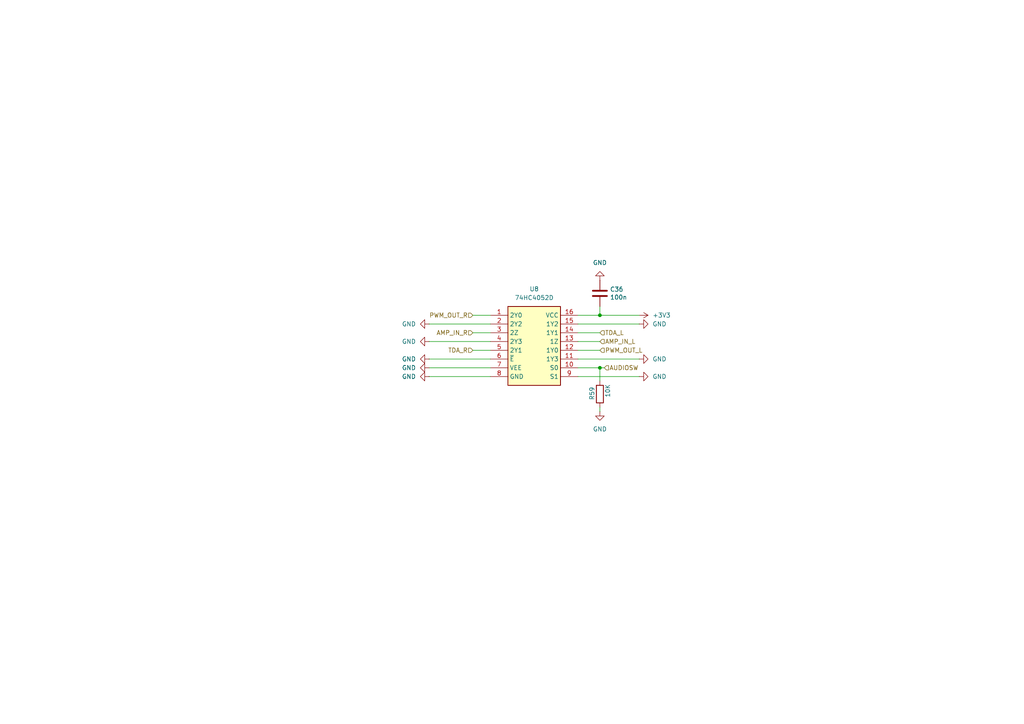
<source format=kicad_sch>
(kicad_sch (version 20250114) (generator "eeschema") (generator_version "9.0")
  (paper "A4")
  (title_block (title "MiniFRANK RM1") (date "2025-04-09") (rev "${VERSION}") (company "Mikhail Matveev") (comment 1 "https://github.com/xtremespb/frank"))
  (lib_symbols
    (symbol "74HC4052D_653:74HC4052D,653"
      (property "Reference" "IC" (at 21.59 7.62 0))
      (property "Value" "74HC4052D,653" (at 21.59 5.08 0))
      (symbol "74HC4052D,653_1_1"
        (rectangle (start 5.08 2.54) (end 20.32 -20.32) (stroke (width 0.254)) (fill (type background)))
        (pin passive line (at 0 0 0) (length 5.08) (name "2Y0") (number "1"))
        (pin passive line (at 0 -2.54 0) (length 5.08) (name "2Y2") (number "2"))
        (pin passive line (at 0 -5.08 0) (length 5.08) (name "2Z") (number "3"))
        (pin passive line (at 0 -7.62 0) (length 5.08) (name "2Y3") (number "4"))
        (pin passive line (at 0 -10.16 0) (length 5.08) (name "2Y1") (number "5"))
        (pin passive line (at 0 -12.7 0) (length 5.08) (name "~{E}") (number "6"))
        (pin passive line (at 0 -15.24 0) (length 5.08) (name "VEE") (number "7"))
        (pin passive line (at 0 -17.78 0) (length 5.08) (name "GND") (number "8"))
        (pin passive line (at 25.4 0 180) (length 5.08) (name "VCC") (number "16"))
        (pin passive line (at 25.4 -2.54 180) (length 5.08) (name "1Y2") (number "15"))
        (pin passive line (at 25.4 -5.08 180) (length 5.08) (name "1Y1") (number "14"))
        (pin passive line (at 25.4 -7.62 180) (length 5.08) (name "1Z") (number "13"))
        (pin passive line (at 25.4 -10.16 180) (length 5.08) (name "1Y0") (number "12"))
        (pin passive line (at 25.4 -12.7 180) (length 5.08) (name "1Y3") (number "11"))
        (pin passive line (at 25.4 -15.24 180) (length 5.08) (name "S0") (number "10"))
        (pin passive line (at 25.4 -17.78 180) (length 5.08) (name "S1") (number "9"))
      )
    )
    (symbol "Device:C" (pin_numbers (hide yes)) (pin_names (offset 0.254))
      (property "Reference" "C" (at 0.635 2.54 0))
      (property "Value" "C" (at 0.635 -2.54 0))
      (symbol "C_0_1"
        (polyline (pts (xy -2.032 0.762) (xy 2.032 0.762)) (stroke (width 0.508)))
        (polyline (pts (xy -2.032 -0.762) (xy 2.032 -0.762)) (stroke (width 0.508)))
      )
      (symbol "C_1_1"
        (pin passive line (at 0 3.81 270) (length 2.794) (name "~") (number "1"))
        (pin passive line (at 0 -3.81 90) (length 2.794) (name "~") (number "2"))
      )
    )
    (symbol "Device:R" (pin_numbers (hide yes)) (pin_names (offset 0))
      (property "Reference" "R" (at 2.032 0 90))
      (property "Value" "R" (at 0 0 90))
      (symbol "R_0_1"
        (rectangle (start -1.016 -2.54) (end 1.016 2.54) (stroke (width 0.254)))
      )
      (symbol "R_1_1"
        (pin passive line (at 0 3.81 270) (length 1.27) (name "~") (number "1"))
        (pin passive line (at 0 -3.81 90) (length 1.27) (name "~") (number "2"))
      )
    )
    (symbol "power:+3V3" (power) (pin_numbers (hide yes)) (pin_names (offset 0) (hide yes))
      (property "Value" "+3V3" (at 0 3.556 0))
      (symbol "+3V3_0_1"
        (polyline (pts (xy -0.762 1.27) (xy 0 2.54)))
        (polyline (pts (xy 0 2.54) (xy 0.762 1.27)))
        (polyline (pts (xy 0 0) (xy 0 2.54)))
      )
      (symbol "+3V3_1_1"
        (pin power_in line (at 0 0 90) (length 0) (name "~") (number "1"))
      )
    )
    (symbol "power:GND" (power) (pin_numbers (hide yes)) (pin_names (offset 0) (hide yes))
      (property "Value" "GND" (at 0 -3.81 0))
      (symbol "GND_0_1"
        (polyline (pts (xy 0 0) (xy 0 -1.27) (xy 1.27 -1.27) (xy 0 -2.54) (xy -1.27 -1.27) (xy 0 -1.27)))
      )
      (symbol "GND_1_1"
        (pin power_in line (at 0 0 270) (length 0) (name "~") (number "1"))
      )
    )
  )
  (junction (at 173.99 91.44))
  (junction (at 173.99 106.68))
  (wire (pts (xy 167.64 106.68) (xy 173.99 106.68)))
  (wire (pts (xy 185.42 109.22) (xy 167.64 109.22)))
  (wire (pts (xy 173.99 91.44) (xy 167.64 91.44)))
  (wire (pts (xy 137.16 101.6) (xy 142.24 101.6)))
  (wire (pts (xy 173.99 118.11) (xy 173.99 119.38)))
  (wire (pts (xy 185.42 93.98) (xy 167.64 93.98)))
  (wire (pts (xy 124.46 106.68) (xy 142.24 106.68)))
  (wire (pts (xy 185.42 104.14) (xy 167.64 104.14)))
  (wire (pts (xy 173.99 106.68) (xy 175.26 106.68)))
  (wire (pts (xy 167.64 101.6) (xy 173.99 101.6)))
  (wire (pts (xy 124.46 93.98) (xy 142.24 93.98)))
  (wire (pts (xy 167.64 96.52) (xy 173.99 96.52)))
  (wire (pts (xy 137.16 96.52) (xy 142.24 96.52)))
  (wire (pts (xy 124.46 109.22) (xy 142.24 109.22)))
  (wire (pts (xy 124.46 99.06) (xy 142.24 99.06)))
  (wire (pts (xy 173.99 106.68) (xy 173.99 110.49)))
  (wire (pts (xy 137.16 91.44) (xy 142.24 91.44)))
  (wire (pts (xy 173.99 88.9) (xy 173.99 91.44)))
  (wire (pts (xy 124.46 104.14) (xy 142.24 104.14)))
  (wire (pts (xy 185.42 91.44) (xy 173.99 91.44)))
  (wire (pts (xy 167.64 99.06) (xy 173.99 99.06)))
  (hierarchical_label "TDA_L" (shape input) (at 173.99 96.52 0))
  (hierarchical_label "AMP_IN_R" (shape input) (at 137.16 96.52 180))
  (hierarchical_label "AMP_IN_L" (shape input) (at 173.99 99.06 0))
  (hierarchical_label "PWM_OUT_L" (shape input) (at 173.99 101.6 0))
  (hierarchical_label "TDA_R" (shape input) (at 137.16 101.6 180))
  (hierarchical_label "PWM_OUT_R" (shape input) (at 137.16 91.44 180))
  (hierarchical_label "AUDIOSW" (shape input) (at 175.26 106.68 0))
  (symbol (lib_id "power:GND") (at 124.46 106.68 270) (unit 1)
    (property "Reference" "#PWR097" (effects (hide yes)))
    (property "Value" "GND" (at 120.65 106.6801 90) (effects (justify right)))
    (property "Description" "Power symbol creates a global label with name \"GND\" , ground" (effects (hide yes)))
  )
  (symbol (lib_id "power:GND") (at 124.46 104.14 270) (unit 1)
    (property "Reference" "#PWR096" (effects (hide yes)))
    (property "Value" "GND" (at 120.65 104.1401 90) (effects (justify right)))
    (property "Description" "Power symbol creates a global label with name \"GND\" , ground" (effects (hide yes)))
  )
  (symbol (lib_id "74HC4052D_653:74HC4052D,653") (at 142.24 91.44 0) (unit 1)
    (property "Reference" "U8" (at 154.94 83.82 0))
    (property "Value" "74HC4052D" (at 154.94 86.36 0))
    (property "Footprint" "FRANK:74HC4052D653" (effects (hide yes)))
    (property "Datasheet" "https://assets.nexperia.com/documents/data-sheet/74HC_HCT4052.pdf" (effects (hide yes)))
    (property "Description" "74HC(T)4052 - Dual 4-channel analog multiplexer/demultiplexer@en-us" (effects (hide yes)))
    (property "Height" "1.75" (effects (hide yes)))
    (property "Mouser Part Number" "771-74HC4052D-T" (effects (hide yes)))
    (property "Mouser Price/Stock" "https://www.mouser.co.uk/ProductDetail/Nexperia/74HC4052D653?qs=P62ublwmbi9dOtwH%252Bhrppg%3D%3D" (effects (hide yes)))
    (property "Manufacturer_Name" "Nexperia" (effects (hide yes)))
    (property "Manufacturer_Part_Number" "74HC4052D,653" (effects (hide yes)))
  )
  (symbol (lib_id "power:GND") (at 124.46 93.98 270) (unit 1)
    (property "Reference" "#PWR094" (effects (hide yes)))
    (property "Value" "GND" (at 120.65 93.9801 90) (effects (justify right)))
    (property "Description" "Power symbol creates a global label with name \"GND\" , ground" (effects (hide yes)))
  )
  (symbol (lib_id "power:GND") (at 185.42 93.98 90) (unit 1)
    (property "Reference" "#PWR0109" (effects (hide yes)))
    (property "Value" "GND" (at 189.23 93.9799 90) (effects (justify right)))
    (property "Description" "Power symbol creates a global label with name \"GND\" , ground" (effects (hide yes)))
  )
  (symbol (lib_id "power:GND") (at 124.46 99.06 270) (unit 1)
    (property "Reference" "#PWR095" (effects (hide yes)))
    (property "Value" "GND" (at 120.65 99.0601 90) (effects (justify right)))
    (property "Description" "Power symbol creates a global label with name \"GND\" , ground" (effects (hide yes)))
  )
  (symbol (lib_id "power:GND") (at 173.99 119.38 0) (unit 1)
    (property "Reference" "#PWR0100" (effects (hide yes)))
    (property "Value" "GND" (at 173.99 124.46 0))
    (property "Description" "Power symbol creates a global label with name \"GND\" , ground" (effects (hide yes)))
  )
  (symbol (lib_id "power:GND") (at 173.99 81.28 180) (unit 1)
    (property "Reference" "#PWR099" (effects (hide yes)))
    (property "Value" "GND" (at 173.99 76.2 0))
    (property "Description" "Power symbol creates a global label with name \"GND\" , ground" (effects (hide yes)))
  )
  (symbol (lib_id "Device:R") (at 173.99 114.3 180) (unit 1)
    (property "Reference" "R59" (at 171.704 116.078 90) (effects (justify right)))
    (property "Value" "10K" (at 176.276 115.316 90) (effects (justify right)))
    (property "Footprint" "FRANK:Resistor (0805)" (effects (hide yes)))
    (property "Datasheet" "https://www.vishay.com/docs/28952/mcs0402at-mct0603at-mcu0805at-mca1206at.pdf" (effects (hide yes)))
    (property "AliExpress" "https://www.aliexpress.com/item/1005005945735199.html" (effects (hide yes)))
  )
  (symbol (lib_id "power:+3V3") (at 185.42 91.44 270) (unit 1)
    (property "Reference" "#PWR0108" (effects (hide yes)))
    (property "Value" "+3V3" (at 189.23 91.4399 90) (effects (justify left)))
    (property "Description" "Power symbol creates a global label with name \"+3V3\"" (effects (hide yes)))
  )
  (symbol (lib_id "power:GND") (at 185.42 109.22 90) (unit 1)
    (property "Reference" "#PWR0111" (effects (hide yes)))
    (property "Value" "GND" (at 189.23 109.2199 90) (effects (justify right)))
    (property "Description" "Power symbol creates a global label with name \"GND\" , ground" (effects (hide yes)))
  )
  (symbol (lib_id "Device:C") (at 173.99 85.09 0) (unit 1)
    (property "Reference" "C36" (at 176.911 83.9216 0) (effects (justify left)))
    (property "Value" "100n" (at 176.911 86.233 0) (effects (justify left)))
    (property "Footprint" "FRANK:Capacitor (0805)" (effects (hide yes)))
    (property "Datasheet" "https://eu.mouser.com/datasheet/2/40/KGM_X7R-3223212.pdf" (effects (hide yes)))
    (property "AliExpress" "https://www.aliexpress.com/item/33008008276.html" (effects (hide yes)))
  )
  (symbol (lib_id "power:GND") (at 185.42 104.14 90) (unit 1)
    (property "Reference" "#PWR0110" (effects (hide yes)))
    (property "Value" "GND" (at 189.23 104.1399 90) (effects (justify right)))
    (property "Description" "Power symbol creates a global label with name \"GND\" , ground" (effects (hide yes)))
  )
  (symbol (lib_id "power:GND") (at 124.46 109.22 270) (unit 1)
    (property "Reference" "#PWR098" (effects (hide yes)))
    (property "Value" "GND" (at 120.65 109.2201 90) (effects (justify right)))
    (property "Description" "Power symbol creates a global label with name \"GND\" , ground" (effects (hide yes)))
  )
)
</source>
